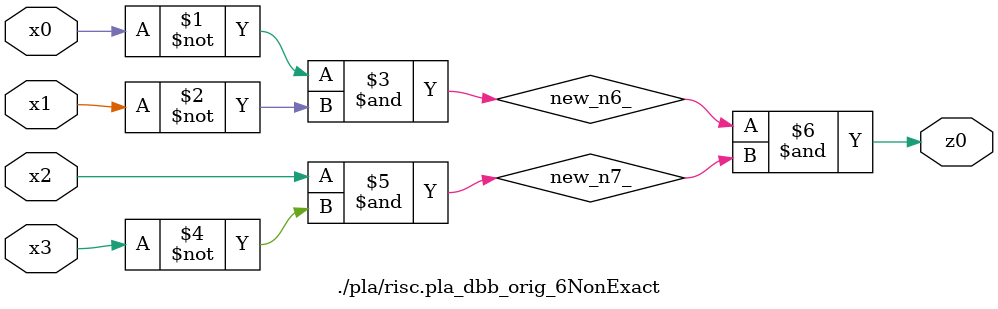
<source format=v>

module \./pla/risc.pla_dbb_orig_6NonExact  ( 
    x0, x1, x2, x3,
    z0  );
  input  x0, x1, x2, x3;
  output z0;
  wire new_n6_, new_n7_;
  assign new_n6_ = ~x0 & ~x1;
  assign new_n7_ = x2 & ~x3;
  assign z0 = new_n6_ & new_n7_;
endmodule



</source>
